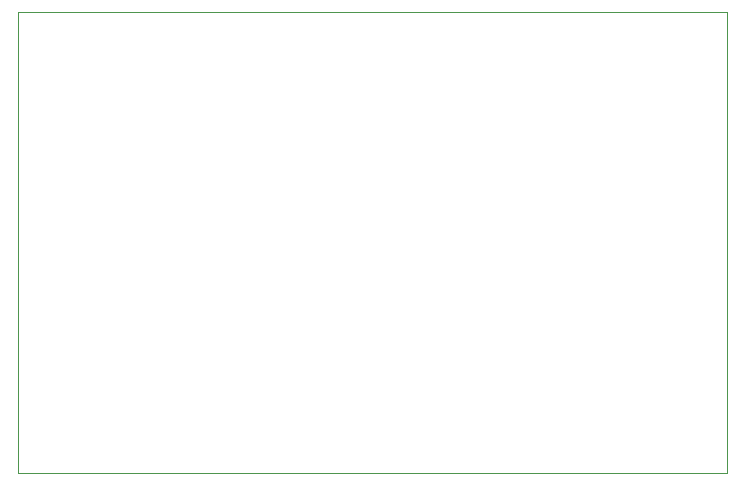
<source format=gbr>
%TF.GenerationSoftware,KiCad,Pcbnew,8.0.3*%
%TF.CreationDate,2024-07-18T19:47:18-07:00*%
%TF.ProjectId,ps2usb,70733275-7362-42e6-9b69-6361645f7063,rev?*%
%TF.SameCoordinates,Original*%
%TF.FileFunction,Profile,NP*%
%FSLAX46Y46*%
G04 Gerber Fmt 4.6, Leading zero omitted, Abs format (unit mm)*
G04 Created by KiCad (PCBNEW 8.0.3) date 2024-07-18 19:47:18*
%MOMM*%
%LPD*%
G01*
G04 APERTURE LIST*
%TA.AperFunction,Profile*%
%ADD10C,0.100000*%
%TD*%
G04 APERTURE END LIST*
D10*
X100000000Y-81000000D02*
X105500002Y-81000000D01*
X160000000Y-120000000D02*
X160000000Y-81000000D01*
X160000000Y-120000000D02*
X100000000Y-120000000D01*
X100000000Y-120000000D02*
X100000003Y-94250000D01*
X105500002Y-81000000D02*
X160000000Y-81000000D01*
X100000000Y-85750000D02*
X100000000Y-81000000D01*
X100000003Y-94250000D02*
X99999998Y-85750000D01*
M02*

</source>
